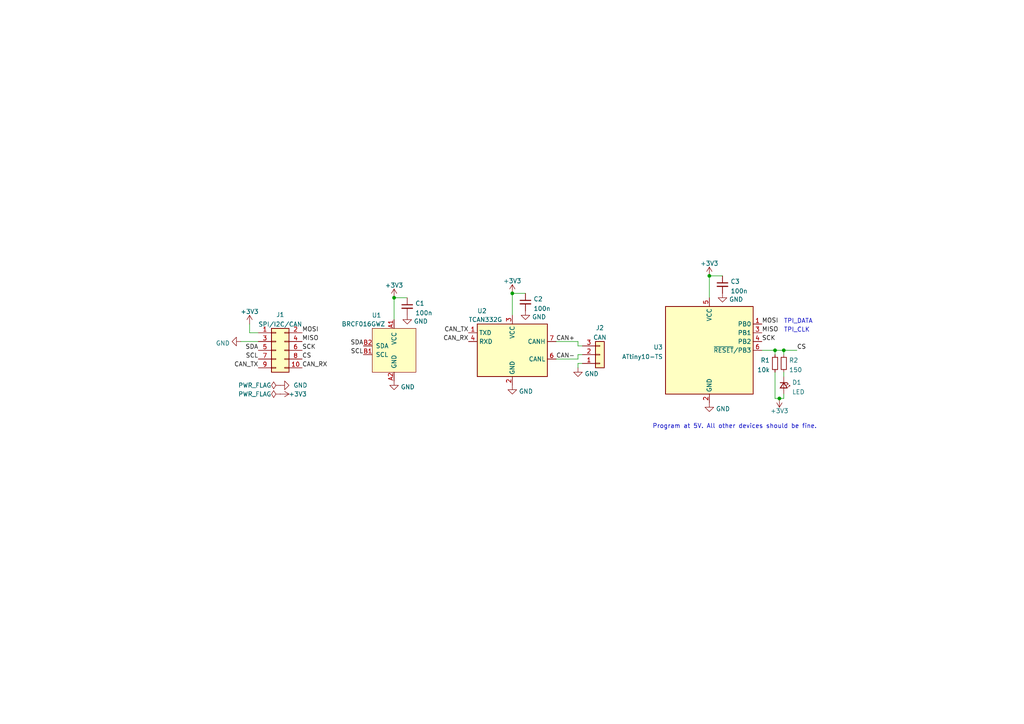
<source format=kicad_sch>
(kicad_sch (version 20230121) (generator eeschema)
  (paper "A4")
  (lib_symbols
    (symbol "Connector_Generic:Conn_01x03" (pin_names (offset 1.016) hide)
      (property "Reference" "J" (at 0 5.08 0))
      (property "Value" "Conn_01x03" (at 0 -5.08 0))
      (symbol "Conn_01x03_1_1"
        (rectangle (start -1.27 -2.413) (end 0 -2.667) (stroke (width 0.1524)))
        (rectangle (start -1.27 0.127) (end 0 -0.127) (stroke (width 0.1524)))
        (rectangle (start -1.27 2.667) (end 0 2.413) (stroke (width 0.1524)))
        (rectangle (start -1.27 3.81) (end 1.27 -3.81) (stroke (width 0.254)) (fill (type background)))
        (pin passive line (at -5.08 2.54 0) (length 3.81) (name "Pin_1") (number "1"))
        (pin passive line (at -5.08 0 0) (length 3.81) (name "Pin_2") (number "2"))
        (pin passive line (at -5.08 -2.54 0) (length 3.81) (name "Pin_3") (number "3"))
      )
    )
    (symbol "Connector_Generic:Conn_02x05_Odd_Even" (pin_names (offset 1.016) hide)
      (property "Reference" "J" (at 1.27 7.62 0))
      (property "Value" "Conn_02x05_Odd_Even" (at 1.27 -7.62 0))
      (symbol "Conn_02x05_Odd_Even_1_1"
        (rectangle (start -1.27 -4.953) (end 0 -5.207) (stroke (width 0.1524)))
        (rectangle (start -1.27 -2.413) (end 0 -2.667) (stroke (width 0.1524)))
        (rectangle (start -1.27 0.127) (end 0 -0.127) (stroke (width 0.1524)))
        (rectangle (start -1.27 2.667) (end 0 2.413) (stroke (width 0.1524)))
        (rectangle (start -1.27 5.207) (end 0 4.953) (stroke (width 0.1524)))
        (rectangle (start -1.27 6.35) (end 3.81 -6.35) (stroke (width 0.254)) (fill (type background)))
        (rectangle (start 3.81 -4.953) (end 2.54 -5.207) (stroke (width 0.1524)))
        (rectangle (start 3.81 -2.413) (end 2.54 -2.667) (stroke (width 0.1524)))
        (rectangle (start 3.81 0.127) (end 2.54 -0.127) (stroke (width 0.1524)))
        (rectangle (start 3.81 2.667) (end 2.54 2.413) (stroke (width 0.1524)))
        (rectangle (start 3.81 5.207) (end 2.54 4.953) (stroke (width 0.1524)))
        (pin passive line (at -5.08 5.08 0) (length 3.81) (name "Pin_1") (number "1"))
        (pin passive line (at 7.62 -5.08 180) (length 3.81) (name "Pin_10") (number "10"))
        (pin passive line (at 7.62 5.08 180) (length 3.81) (name "Pin_2") (number "2"))
        (pin passive line (at -5.08 2.54 0) (length 3.81) (name "Pin_3") (number "3"))
        (pin passive line (at 7.62 2.54 180) (length 3.81) (name "Pin_4") (number "4"))
        (pin passive line (at -5.08 0 0) (length 3.81) (name "Pin_5") (number "5"))
        (pin passive line (at 7.62 0 180) (length 3.81) (name "Pin_6") (number "6"))
        (pin passive line (at -5.08 -2.54 0) (length 3.81) (name "Pin_7") (number "7"))
        (pin passive line (at 7.62 -2.54 180) (length 3.81) (name "Pin_8") (number "8"))
        (pin passive line (at -5.08 -5.08 0) (length 3.81) (name "Pin_9") (number "9"))
      )
    )
    (symbol "Device:C_Small" (pin_numbers hide) (pin_names (offset 0.254) hide)
      (property "Reference" "C" (at 0.254 1.778 0))
      (property "Value" "C_Small" (at 0.254 -2.032 0))
      (symbol "C_Small_0_1"
        (polyline (pts (xy -1.524 -0.508) (xy 1.524 -0.508)) (stroke (width 0.3302)))
        (polyline (pts (xy -1.524 0.508) (xy 1.524 0.508)) (stroke (width 0.3048)))
      )
      (symbol "C_Small_1_1"
        (pin passive line (at 0 2.54 270) (length 2.032) (name "~") (number "1"))
        (pin passive line (at 0 -2.54 90) (length 2.032) (name "~") (number "2"))
      )
    )
    (symbol "Device:LED_Small" (pin_numbers hide) (pin_names (offset 0.254) hide)
      (property "Reference" "D" (at -1.27 3.175 0))
      (property "Value" "LED_Small" (at -4.445 -2.54 0))
      (symbol "LED_Small_0_1"
        (polyline (pts (xy -0.762 -1.016) (xy -0.762 1.016)) (stroke (width 0.254)))
        (polyline (pts (xy 1.016 0) (xy -0.762 0)))
        (polyline (pts (xy 0.762 -1.016) (xy -0.762 0) (xy 0.762 1.016) (xy 0.762 -1.016)) (stroke (width 0.254)))
        (polyline (pts (xy 0 0.762) (xy -0.508 1.27) (xy -0.254 1.27) (xy -0.508 1.27) (xy -0.508 1.016)))
        (polyline (pts (xy 0.508 1.27) (xy 0 1.778) (xy 0.254 1.778) (xy 0 1.778) (xy 0 1.524)))
      )
      (symbol "LED_Small_1_1"
        (pin passive line (at -2.54 0 0) (length 1.778) (name "K") (number "1"))
        (pin passive line (at 2.54 0 180) (length 1.778) (name "A") (number "2"))
      )
    )
    (symbol "Device:R_Small" (pin_numbers hide) (pin_names (offset 0.254) hide)
      (property "Reference" "R" (at 0.762 0.508 0))
      (property "Value" "R_Small" (at 0.762 -1.016 0))
      (symbol "R_Small_0_1"
        (rectangle (start -0.762 1.778) (end 0.762 -1.778) (stroke (width 0.2032)))
      )
      (symbol "R_Small_1_1"
        (pin passive line (at 0 2.54 270) (length 0.762) (name "~") (number "1"))
        (pin passive line (at 0 -2.54 90) (length 0.762) (name "~") (number "2"))
      )
    )
    (symbol "Interface_CAN_LIN:TCAN332G"
      (property "Reference" "U" (at -10.16 8.89 0))
      (property "Value" "TCAN332G" (at 2.54 8.89 0))
      (symbol "TCAN332G_0_1"
        (rectangle (start -10.16 7.62) (end 10.16 -7.62) (stroke (width 0.254)) (fill (type background)))
      )
      (symbol "TCAN332G_1_1"
        (pin input line (at -12.7 5.08 0) (length 2.54) (name "TXD") (number "1"))
        (pin power_in line (at 0 -10.16 90) (length 2.54) (name "GND") (number "2"))
        (pin power_in line (at 0 10.16 270) (length 2.54) (name "VCC") (number "3"))
        (pin tri_state line (at -12.7 2.54 0) (length 2.54) (name "RXD") (number "4"))
        (pin no_connect line (at -10.16 -2.54 0) (length 2.54) hide (name "NC") (number "5"))
        (pin bidirectional line (at 12.7 -2.54 180) (length 2.54) (name "CANL") (number "6"))
        (pin bidirectional line (at 12.7 2.54 180) (length 2.54) (name "CANH") (number "7"))
        (pin no_connect line (at -10.16 -5.08 0) (length 2.54) hide (name "NC") (number "8"))
      )
    )
    (symbol "MCU_Microchip_ATtiny:ATtiny10-TS"
      (property "Reference" "U" (at -12.7 13.97 0))
      (property "Value" "ATtiny10-TS" (at 2.54 -13.97 0))
      (symbol "ATtiny10-TS_0_1"
        (rectangle (start -12.7 -12.7) (end 12.7 12.7) (stroke (width 0.254)) (fill (type background)))
      )
      (symbol "ATtiny10-TS_1_1"
        (pin bidirectional line (at 15.24 7.62 180) (length 2.54) (name "PB0") (number "1"))
        (pin power_in line (at 0 -15.24 90) (length 2.54) (name "GND") (number "2"))
        (pin bidirectional line (at 15.24 5.08 180) (length 2.54) (name "PB1") (number "3"))
        (pin bidirectional line (at 15.24 2.54 180) (length 2.54) (name "PB2") (number "4"))
        (pin power_in line (at 0 15.24 270) (length 2.54) (name "VCC") (number "5"))
        (pin bidirectional line (at 15.24 0 180) (length 2.54) (name "~{RESET}/PB3") (number "6"))
      )
    )
    (symbol "extraparts:BRCF016GWZ" (pin_names (offset 1.016))
      (property "Reference" "U" (at 0 12.7 0))
      (property "Value" "BRCF016GWZ" (at 0 10.16 0))
      (symbol "BRCF016GWZ_0_1"
        (rectangle (start -6.35 6.35) (end 6.35 -6.35) (stroke (width 0.1524)) (fill (type background)))
      )
      (symbol "BRCF016GWZ_1_1"
        (pin power_in line (at 0 8.89 270) (length 2.54) (name "VCC") (number "A1"))
        (pin power_in line (at 0 -8.89 90) (length 2.54) (name "GND") (number "A2"))
        (pin bidirectional line (at -8.89 -1.27 0) (length 2.54) (name "SCL") (number "B1"))
        (pin bidirectional line (at -8.89 1.27 0) (length 2.54) (name "SDA") (number "B2"))
      )
    )
    (symbol "power:+3V3" (power) (pin_names (offset 0))
      (property "Value" "+3V3" (at 0 3.556 0))
      (symbol "+3V3_0_1"
        (polyline (pts (xy -0.762 1.27) (xy 0 2.54)))
        (polyline (pts (xy 0 0) (xy 0 2.54)))
        (polyline (pts (xy 0 2.54) (xy 0.762 1.27)))
      )
      (symbol "+3V3_1_1"
        (pin power_in line (at 0 0 90) (length 0) hide (name "+3V3") (number "1"))
      )
    )
    (symbol "power:GND" (power) (pin_names (offset 0))
      (property "Value" "GND" (at 0 -3.81 0))
      (symbol "GND_0_1"
        (polyline (pts (xy 0 0) (xy 0 -1.27) (xy 1.27 -1.27) (xy 0 -2.54) (xy -1.27 -1.27) (xy 0 -1.27)))
      )
      (symbol "GND_1_1"
        (pin power_in line (at 0 0 270) (length 0) hide (name "GND") (number "1"))
      )
    )
    (symbol "power:PWR_FLAG" (power) (pin_numbers hide) (pin_names (offset 0) hide)
      (property "Value" "PWR_FLAG" (at 0 3.81 0))
      (symbol "PWR_FLAG_0_0"
        (pin power_out line (at 0 0 90) (length 0) (name "pwr") (number "1"))
      )
      (symbol "PWR_FLAG_0_1"
        (polyline (pts (xy 0 0) (xy 0 1.27) (xy -1.016 1.905) (xy 0 2.54) (xy 1.016 1.905) (xy 0 1.27)))
      )
    )
  )
  (junction (at 114.3 86.36))
  (junction (at 226.06 115.57))
  (junction (at 205.74 80.01))
  (junction (at 148.59 85.09))
  (junction (at 227.33 101.6))
  (junction (at 224.79 101.6))
  (wire (pts (xy 224.79 107.95) (xy 224.79 115.57)))
  (wire (pts (xy 224.79 101.6) (xy 224.79 102.87)))
  (wire (pts (xy 167.64 99.06) (xy 167.64 100.33)))
  (wire (pts (xy 72.39 93.98) (xy 72.39 96.52)))
  (wire (pts (xy 224.79 115.57) (xy 226.06 115.57)))
  (wire (pts (xy 167.64 104.14) (xy 167.64 102.87)))
  (wire (pts (xy 114.3 86.36) (xy 118.11 86.36)))
  (wire (pts (xy 220.98 101.6) (xy 224.79 101.6)))
  (wire (pts (xy 114.3 86.36) (xy 114.3 92.71)))
  (wire (pts (xy 69.85 99.06) (xy 74.93 99.06)))
  (wire (pts (xy 226.06 115.57) (xy 227.33 115.57)))
  (wire (pts (xy 167.64 102.87) (xy 168.91 102.87)))
  (wire (pts (xy 227.33 115.57) (xy 227.33 114.3)))
  (wire (pts (xy 167.64 106.68) (xy 167.64 105.41)))
  (wire (pts (xy 167.64 100.33) (xy 168.91 100.33)))
  (wire (pts (xy 205.74 80.01) (xy 205.74 86.36)))
  (wire (pts (xy 148.59 85.09) (xy 152.4 85.09)))
  (wire (pts (xy 227.33 107.95) (xy 227.33 109.22)))
  (wire (pts (xy 167.64 105.41) (xy 168.91 105.41)))
  (wire (pts (xy 72.39 96.52) (xy 74.93 96.52)))
  (wire (pts (xy 161.29 99.06) (xy 167.64 99.06)))
  (wire (pts (xy 227.33 101.6) (xy 231.14 101.6)))
  (wire (pts (xy 161.29 104.14) (xy 167.64 104.14)))
  (wire (pts (xy 148.59 85.09) (xy 148.59 91.44)))
  (wire (pts (xy 224.79 101.6) (xy 227.33 101.6)))
  (wire (pts (xy 205.74 80.01) (xy 209.55 80.01)))
  (wire (pts (xy 227.33 101.6) (xy 227.33 102.87)))
  (text "TPI_CLK" (at 227.33 96.52 0) (effects (font (size 1.27 1.27)) (justify left bottom)))
  (text "Program at 5V. All other devices should be fine." (at 189.23 124.46 0) (effects (font (size 1.27 1.27)) (justify left bottom)))
  (text "TPI_DATA" (at 227.33 93.98 0) (effects (font (size 1.27 1.27)) (justify left bottom)))
  (label "CAN+" (at 161.29 99.06 0))
  (label "CAN_RX" (at 135.89 99.06 180))
  (label "SCK" (at 87.63 101.6 0))
  (label "SDA" (at 105.41 100.33 180))
  (label "CS" (at 231.14 101.6 0))
  (label "SCL" (at 105.41 102.87 180))
  (label "CAN_TX" (at 135.89 96.52 180))
  (label "SCL" (at 74.93 104.14 180))
  (label "SDA" (at 74.93 101.6 180))
  (label "MISO" (at 87.63 99.06 0))
  (label "CAN-" (at 161.29 104.14 0))
  (label "MOSI" (at 220.98 93.98 0))
  (label "SCK" (at 220.98 99.06 0))
  (label "CAN_RX" (at 87.63 106.68 0))
  (label "MOSI" (at 87.63 96.52 0))
  (label "CAN_TX" (at 74.93 106.68 180))
  (label "MISO" (at 220.98 96.52 0))
  (label "CS" (at 87.63 104.14 0))
  (symbol (lib_id "Device:R_Small") (at 224.79 105.41 0) (mirror x) (unit 1)
    (property "Reference" "R1" (at 223.2915 104.5015 0) (effects (justify right)))
    (property "Value" "10k" (at 223.2915 107.2766 0) (effects (justify right)))
    (property "Footprint" "Resistor_SMD:R_0603_1608Metric" (effects hide))
  )
  (symbol (lib_id "power:GND") (at 118.11 91.44 0) (unit 1)
    (property "Reference" "#PWR05" (effects hide))
    (property "Value" "GND" (at 120.015 93.189 0) (effects (justify left)))
  )
  (symbol (lib_id "power:+3V3") (at 226.06 115.57 180) (unit 1)
    (property "Reference" "#PWR013" (effects hide))
    (property "Value" "+3V3" (at 226.06 119.1745 0))
  )
  (symbol (lib_id "Device:C_Small") (at 118.11 88.9 0) (unit 1)
    (property "Reference" "C1" (at 120.4341 87.9978 0) (effects (justify left)))
    (property "Value" "100n" (at 120.4341 90.7729 0) (effects (justify left)))
    (property "Footprint" "Capacitor_SMD:C_0603_1608Metric" (effects hide))
  )
  (symbol (lib_id "power:+3V3") (at 114.3 86.36 0) (unit 1)
    (property "Reference" "#PWR03" (effects hide))
    (property "Value" "+3V3" (at 114.3 82.7555 0))
  )
  (symbol (lib_id "extraparts:BRCF016GWZ") (at 114.3 101.6 0) (unit 1)
    (property "Reference" "U1" (at 109.22 91.44 0))
    (property "Value" "BRCF016GWZ" (at 105.41 93.98 0))
    (property "Footprint" "Package_BGA:WLP-4_0.86x0.86mm_P0.4mm" (effects hide))
  )
  (symbol (lib_id "power:PWR_FLAG") (at 81.28 111.76 90) (unit 1)
    (property "Reference" "#FLG0102" (effects hide))
    (property "Value" "PWR_FLAG" (at 78.74 111.76 90) (effects (justify left)))
  )
  (symbol (lib_id "Device:C_Small") (at 152.4 87.63 0) (unit 1)
    (property "Reference" "C2" (at 154.7241 86.7278 0) (effects (justify left)))
    (property "Value" "100n" (at 154.7241 89.5029 0) (effects (justify left)))
    (property "Footprint" "Capacitor_SMD:C_0603_1608Metric" (effects hide))
  )
  (symbol (lib_id "power:+3V3") (at 72.39 93.98 0) (unit 1)
    (property "Reference" "#PWR02" (effects hide))
    (property "Value" "+3V3" (at 72.39 90.3755 0))
  )
  (symbol (lib_id "power:GND") (at 152.4 90.17 0) (unit 1)
    (property "Reference" "#PWR08" (effects hide))
    (property "Value" "GND" (at 154.305 91.919 0) (effects (justify left)))
  )
  (symbol (lib_id "MCU_Microchip_ATtiny:ATtiny10-TS") (at 205.74 101.6 0) (unit 1)
    (property "Reference" "U3" (at 192.2781 100.6915 0) (effects (justify right)))
    (property "Value" "ATtiny10-TS" (at 192.2781 103.4666 0) (effects (justify right)))
    (property "Footprint" "Package_TO_SOT_SMD:SOT-23-6" (effects hide))
    (property "Datasheet" "http://ww1.microchip.com/downloads/en/DeviceDoc/Atmel-8127-AVR-8-bit-Microcontroller-ATtiny4-ATtiny5-ATtiny9-ATtiny10_Datasheet.pdf" (effects hide))
  )
  (symbol (lib_id "power:GND") (at 205.74 116.84 0) (unit 1)
    (property "Reference" "#PWR011" (effects hide))
    (property "Value" "GND" (at 207.645 118.589 0) (effects (justify left)))
  )
  (symbol (lib_id "Connector_Generic:Conn_01x03") (at 173.99 102.87 0) (mirror x) (unit 1)
    (property "Reference" "J2" (at 173.99 95.0935 0))
    (property "Value" "CAN" (at 173.99 97.8686 0))
    (property "Footprint" "Connector_JST:JST_GH_SM03B-GHS-TB_1x03-1MP_P1.25mm_Horizontal" (effects hide))
  )
  (symbol (lib_id "Device:C_Small") (at 209.55 82.55 0) (unit 1)
    (property "Reference" "C3" (at 211.8741 81.6478 0) (effects (justify left)))
    (property "Value" "100n" (at 211.8741 84.4229 0) (effects (justify left)))
    (property "Footprint" "Capacitor_SMD:C_0603_1608Metric" (effects hide))
  )
  (symbol (lib_id "Connector_Generic:Conn_02x05_Odd_Even") (at 80.01 101.6 0) (unit 1)
    (property "Reference" "J1" (at 81.28 91.2835 0))
    (property "Value" "SPI/I2C/CAN" (at 81.28 94.0586 0))
    (property "Footprint" "Connector_PinHeader_1.27mm:PinHeader_2x05_P1.27mm_Vertical_SMD" (effects hide))
  )
  (symbol (lib_id "power:GND") (at 69.85 99.06 270) (unit 1)
    (property "Reference" "#PWR01" (effects hide))
    (property "Value" "GND" (at 66.6751 99.539 90) (effects (justify right)))
  )
  (symbol (lib_id "Interface_CAN_LIN:TCAN332G") (at 148.59 101.6 0) (unit 1)
    (property "Reference" "U2" (at 138.43 90.17 0) (effects (justify left)))
    (property "Value" "TCAN332G" (at 135.89 92.71 0) (effects (justify left)))
    (property "Footprint" "Package_TO_SOT_SMD:SOT-23-8" (effects hide))
    (property "Datasheet" "http://www.ti.com/lit/ds/symlink/tcan337.pdf" (effects hide))
  )
  (symbol (lib_id "Device:LED_Small") (at 227.33 111.76 270) (unit 1)
    (property "Reference" "D1" (at 229.743 110.915 90) (effects (justify left)))
    (property "Value" "LED" (at 229.743 113.6901 90) (effects (justify left)))
    (property "Footprint" "LED_SMD:LED_0603_1608Metric" (effects hide))
  )
  (symbol (lib_id "power:GND") (at 114.3 110.49 0) (unit 1)
    (property "Reference" "#PWR04" (effects hide))
    (property "Value" "GND" (at 116.205 112.239 0) (effects (justify left)))
  )
  (symbol (lib_id "power:+3V3") (at 205.74 80.01 0) (unit 1)
    (property "Reference" "#PWR010" (effects hide))
    (property "Value" "+3V3" (at 205.74 76.4055 0))
  )
  (symbol (lib_id "power:GND") (at 209.55 85.09 0) (unit 1)
    (property "Reference" "#PWR012" (effects hide))
    (property "Value" "GND" (at 211.455 86.839 0) (effects (justify left)))
  )
  (symbol (lib_id "power:GND") (at 167.64 106.68 0) (unit 1)
    (property "Reference" "#PWR09" (effects hide))
    (property "Value" "GND" (at 169.545 108.429 0) (effects (justify left)))
  )
  (symbol (lib_id "power:+3V3") (at 148.59 85.09 0) (unit 1)
    (property "Reference" "#PWR06" (effects hide))
    (property "Value" "+3V3" (at 148.59 81.4855 0))
  )
  (symbol (lib_id "Device:R_Small") (at 227.33 105.41 0) (unit 1)
    (property "Reference" "R2" (at 228.8286 104.5015 0) (effects (justify left)))
    (property "Value" "150" (at 228.8286 107.2766 0) (effects (justify left)))
    (property "Footprint" "Resistor_SMD:R_0603_1608Metric" (effects hide))
  )
  (symbol (lib_id "power:+3V3") (at 81.28 114.3 270) (unit 1)
    (property "Reference" "#PWR0101" (effects hide))
    (property "Value" "+3V3" (at 86.36 114.3 90))
  )
  (symbol (lib_id "power:GND") (at 81.28 111.76 90) (unit 1)
    (property "Reference" "#PWR0102" (effects hide))
    (property "Value" "GND" (at 85.09 111.76 90) (effects (justify right)))
  )
  (symbol (lib_id "power:PWR_FLAG") (at 81.28 114.3 90) (unit 1)
    (property "Reference" "#FLG0101" (effects hide))
    (property "Value" "PWR_FLAG" (at 78.74 114.3 90) (effects (justify left)))
  )
  (symbol (lib_id "power:GND") (at 148.59 111.76 0) (unit 1)
    (property "Reference" "#PWR07" (effects hide))
    (property "Value" "GND" (at 150.495 113.509 0) (effects (justify left)))
  )
)
</source>
